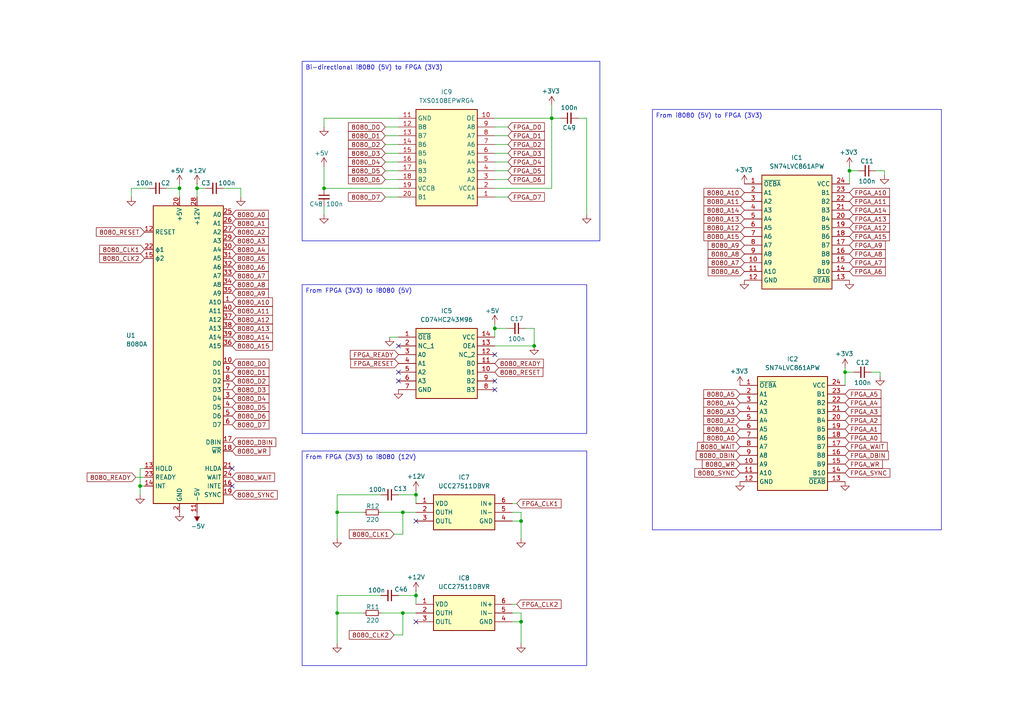
<source format=kicad_sch>
(kicad_sch (version 20250114) (generator "eeschema") (generator_version "9.0")
  (paper "A4")
  (lib_symbols
    (symbol "CD74HC243M96:CD74HC243M96"
      (property "Reference" "IC" (at 24.13 7.62 0))
      (property "Value" "CD74HC243M96" (at 24.13 5.08 0))
      (symbol "CD74HC243M96_1_1"
        (rectangle (start 5.08 2.54) (end 22.86 -17.78) (stroke (width 0.254)) (fill (type background)))
        (pin passive line (at 0 0 0) (length 5.08) (name "~{OEB}") (number "1"))
        (pin passive line (at 0 -2.54 0) (length 5.08) (name "NC_1") (number "2"))
        (pin passive line (at 0 -5.08 0) (length 5.08) (name "A0") (number "3"))
        (pin passive line (at 0 -7.62 0) (length 5.08) (name "A1") (number "4"))
        (pin passive line (at 0 -10.16 0) (length 5.08) (name "A2") (number "5"))
        (pin passive line (at 0 -12.7 0) (length 5.08) (name "A3") (number "6"))
        (pin passive line (at 0 -15.24 0) (length 5.08) (name "GND") (number "7"))
        (pin passive line (at 27.94 0 180) (length 5.08) (name "VCC") (number "14"))
        (pin passive line (at 27.94 -2.54 180) (length 5.08) (name "OEA") (number "13"))
        (pin passive line (at 27.94 -5.08 180) (length 5.08) (name "NC_2") (number "12"))
        (pin passive line (at 27.94 -7.62 180) (length 5.08) (name "B0") (number "11"))
        (pin passive line (at 27.94 -10.16 180) (length 5.08) (name "B1") (number "10"))
        (pin passive line (at 27.94 -12.7 180) (length 5.08) (name "B2") (number "9"))
        (pin passive line (at 27.94 -15.24 180) (length 5.08) (name "B3") (number "8"))
      )
    )
    (symbol "Device:C_Small" (pin_numbers (hide yes)) (pin_names (offset 0.254) (hide yes))
      (property "Reference" "C" (at 0.254 1.778 0))
      (property "Value" "C_Small" (at 0.254 -2.032 0))
      (symbol "C_Small_0_1"
        (polyline (pts (xy -1.524 0.508) (xy 1.524 0.508)) (stroke (width 0.3048)))
        (polyline (pts (xy -1.524 -0.508) (xy 1.524 -0.508)) (stroke (width 0.3302)))
      )
      (symbol "C_Small_1_1"
        (pin passive line (at 0 2.54 270) (length 2.032) (name "~") (number "1"))
        (pin passive line (at 0 -2.54 90) (length 2.032) (name "~") (number "2"))
      )
    )
    (symbol "Device:R_Small" (pin_numbers (hide yes)) (pin_names (offset 0.254) (hide yes))
      (property "Reference" "R" (at 0.762 0.508 0))
      (property "Value" "R_Small" (at 0.762 -1.016 0))
      (symbol "R_Small_0_1"
        (rectangle (start -0.762 1.778) (end 0.762 -1.778) (stroke (width 0.2032)))
      )
      (symbol "R_Small_1_1"
        (pin passive line (at 0 2.54 270) (length 0.762) (name "~") (number "1"))
        (pin passive line (at 0 -2.54 90) (length 0.762) (name "~") (number "2"))
      )
    )
    (symbol "MCU_Intel:8080A"
      (property "Reference" "U" (at -7.62 44.45 0))
      (property "Value" "8080A" (at 7.62 44.45 0))
      (symbol "8080A_0_1"
        (rectangle (start -10.16 43.18) (end 10.16 -43.18) (stroke (width 0.254)) (fill (type background)))
      )
      (symbol "8080A_1_1"
        (pin input line (at -12.7 35.56 0) (length 2.54) (name "RESET") (number "12"))
        (pin input line (at -12.7 30.48 0) (length 2.54) (name "ϕ1") (number "22"))
        (pin input line (at -12.7 27.94 0) (length 2.54) (name "ϕ2") (number "15"))
        (pin input line (at -12.7 -33.02 0) (length 2.54) (name "HOLD") (number "13"))
        (pin input line (at -12.7 -35.56 0) (length 2.54) (name "READY") (number "23"))
        (pin input line (at -12.7 -38.1 0) (length 2.54) (name "INT") (number "14"))
        (pin power_in line (at -2.54 45.72 270) (length 2.54) (name "+5V") (number "20"))
        (pin power_in line (at -2.54 -45.72 90) (length 2.54) (name "GND") (number "2"))
        (pin power_in line (at 2.54 45.72 270) (length 2.54) (name "+12V") (number "28"))
        (pin power_in line (at 2.54 -45.72 90) (length 2.54) (name "-5V") (number "11"))
        (pin output line (at 12.7 40.64 180) (length 2.54) (name "A0") (number "25"))
        (pin output line (at 12.7 38.1 180) (length 2.54) (name "A1") (number "26"))
        (pin output line (at 12.7 35.56 180) (length 2.54) (name "A2") (number "27"))
        (pin output line (at 12.7 33.02 180) (length 2.54) (name "A3") (number "29"))
        (pin output line (at 12.7 30.48 180) (length 2.54) (name "A4") (number "30"))
        (pin output line (at 12.7 27.94 180) (length 2.54) (name "A5") (number "31"))
        (pin output line (at 12.7 25.4 180) (length 2.54) (name "A6") (number "32"))
        (pin output line (at 12.7 22.86 180) (length 2.54) (name "A7") (number "33"))
        (pin output line (at 12.7 20.32 180) (length 2.54) (name "A8") (number "34"))
        (pin output line (at 12.7 17.78 180) (length 2.54) (name "A9") (number "35"))
        (pin output line (at 12.7 15.24 180) (length 2.54) (name "A10") (number "1"))
        (pin output line (at 12.7 12.7 180) (length 2.54) (name "A11") (number "40"))
        (pin output line (at 12.7 10.16 180) (length 2.54) (name "A12") (number "37"))
        (pin output line (at 12.7 7.62 180) (length 2.54) (name "A13") (number "38"))
        (pin output line (at 12.7 5.08 180) (length 2.54) (name "A14") (number "39"))
        (pin output line (at 12.7 2.54 180) (length 2.54) (name "A15") (number "36"))
        (pin bidirectional line (at 12.7 -2.54 180) (length 2.54) (name "D0") (number "10"))
        (pin bidirectional line (at 12.7 -5.08 180) (length 2.54) (name "D1") (number "9"))
        (pin bidirectional line (at 12.7 -7.62 180) (length 2.54) (name "D2") (number "8"))
        (pin bidirectional line (at 12.7 -10.16 180) (length 2.54) (name "D3") (number "7"))
        (pin bidirectional line (at 12.7 -12.7 180) (length 2.54) (name "D4") (number "3"))
        (pin bidirectional line (at 12.7 -15.24 180) (length 2.54) (name "D5") (number "4"))
        (pin bidirectional line (at 12.7 -17.78 180) (length 2.54) (name "D6") (number "5"))
        (pin bidirectional line (at 12.7 -20.32 180) (length 2.54) (name "D7") (number "6"))
        (pin output line (at 12.7 -25.4 180) (length 2.54) (name "DBIN") (number "17"))
        (pin output line (at 12.7 -27.94 180) (length 2.54) (name "~{WR}") (number "18"))
        (pin output line (at 12.7 -33.02 180) (length 2.54) (name "HLDA") (number "21"))
        (pin output line (at 12.7 -35.56 180) (length 2.54) (name "WAIT") (number "24"))
        (pin output line (at 12.7 -38.1 180) (length 2.54) (name "INTE") (number "16"))
        (pin output line (at 12.7 -40.64 180) (length 2.54) (name "SYNC") (number "19"))
      )
    )
    (symbol "SN74LVC861APW:SN74LVC861APW"
      (property "Reference" "IC" (at 26.67 7.62 0))
      (property "Value" "SN74LVC861APW" (at 26.67 5.08 0))
      (symbol "SN74LVC861APW_1_1"
        (rectangle (start 5.08 2.54) (end 25.4 -30.48) (stroke (width 0.254)) (fill (type background)))
        (pin passive line (at 0 0 0) (length 5.08) (name "~{OEBA}") (number "1"))
        (pin passive line (at 0 -2.54 0) (length 5.08) (name "A1") (number "2"))
        (pin passive line (at 0 -5.08 0) (length 5.08) (name "A2") (number "3"))
        (pin passive line (at 0 -7.62 0) (length 5.08) (name "A3") (number "4"))
        (pin passive line (at 0 -10.16 0) (length 5.08) (name "A4") (number "5"))
        (pin passive line (at 0 -12.7 0) (length 5.08) (name "A5") (number "6"))
        (pin passive line (at 0 -15.24 0) (length 5.08) (name "A6") (number "7"))
        (pin passive line (at 0 -17.78 0) (length 5.08) (name "A7") (number "8"))
        (pin passive line (at 0 -20.32 0) (length 5.08) (name "A8") (number "9"))
        (pin passive line (at 0 -22.86 0) (length 5.08) (name "A9") (number "10"))
        (pin passive line (at 0 -25.4 0) (length 5.08) (name "A10") (number "11"))
        (pin passive line (at 0 -27.94 0) (length 5.08) (name "GND") (number "12"))
        (pin passive line (at 30.48 0 180) (length 5.08) (name "VCC") (number "24"))
        (pin passive line (at 30.48 -2.54 180) (length 5.08) (name "B1") (number "23"))
        (pin passive line (at 30.48 -5.08 180) (length 5.08) (name "B2") (number "22"))
        (pin passive line (at 30.48 -7.62 180) (length 5.08) (name "B3") (number "21"))
        (pin passive line (at 30.48 -10.16 180) (length 5.08) (name "B4") (number "20"))
        (pin passive line (at 30.48 -12.7 180) (length 5.08) (name "B5") (number "19"))
        (pin passive line (at 30.48 -15.24 180) (length 5.08) (name "B6") (number "18"))
        (pin passive line (at 30.48 -17.78 180) (length 5.08) (name "B7") (number "17"))
        (pin passive line (at 30.48 -20.32 180) (length 5.08) (name "B8") (number "16"))
        (pin passive line (at 30.48 -22.86 180) (length 5.08) (name "B9") (number "15"))
        (pin passive line (at 30.48 -25.4 180) (length 5.08) (name "B10") (number "14"))
        (pin passive line (at 30.48 -27.94 180) (length 5.08) (name "~{OEAB}") (number "13"))
      )
    )
    (symbol "TXS0108EPWRG4:TXS0108EPWRG4"
      (property "Reference" "IC" (at 24.13 7.62 0))
      (property "Value" "TXS0108EPWRG4" (at 24.13 5.08 0))
      (symbol "TXS0108EPWRG4_1_1"
        (rectangle (start 5.08 2.54) (end 22.86 -25.4) (stroke (width 0.254)) (fill (type background)))
        (pin passive line (at 0 0 0) (length 5.08) (name "A1") (number "1"))
        (pin passive line (at 0 -2.54 0) (length 5.08) (name "VCCA") (number "2"))
        (pin passive line (at 0 -5.08 0) (length 5.08) (name "A2") (number "3"))
        (pin passive line (at 0 -7.62 0) (length 5.08) (name "A3") (number "4"))
        (pin passive line (at 0 -10.16 0) (length 5.08) (name "A4") (number "5"))
        (pin passive line (at 0 -12.7 0) (length 5.08) (name "A5") (number "6"))
        (pin passive line (at 0 -15.24 0) (length 5.08) (name "A6") (number "7"))
        (pin passive line (at 0 -17.78 0) (length 5.08) (name "A7") (number "8"))
        (pin passive line (at 0 -20.32 0) (length 5.08) (name "A8") (number "9"))
        (pin passive line (at 0 -22.86 0) (length 5.08) (name "OE") (number "10"))
        (pin passive line (at 27.94 0 180) (length 5.08) (name "B1") (number "20"))
        (pin passive line (at 27.94 -2.54 180) (length 5.08) (name "VCCB") (number "19"))
        (pin passive line (at 27.94 -5.08 180) (length 5.08) (name "B2") (number "18"))
        (pin passive line (at 27.94 -7.62 180) (length 5.08) (name "B3") (number "17"))
        (pin passive line (at 27.94 -10.16 180) (length 5.08) (name "B4") (number "16"))
        (pin passive line (at 27.94 -12.7 180) (length 5.08) (name "B5") (number "15"))
        (pin passive line (at 27.94 -15.24 180) (length 5.08) (name "B6") (number "14"))
        (pin passive line (at 27.94 -17.78 180) (length 5.08) (name "B7") (number "13"))
        (pin passive line (at 27.94 -20.32 180) (length 5.08) (name "B8") (number "12"))
        (pin passive line (at 27.94 -22.86 180) (length 5.08) (name "GND") (number "11"))
      )
    )
    (symbol "power:+12V" (power) (pin_numbers (hide yes)) (pin_names (offset 0) (hide yes))
      (property "Value" "+12V" (at 0 3.556 0))
      (symbol "+12V_0_1"
        (polyline (pts (xy -0.762 1.27) (xy 0 2.54)))
        (polyline (pts (xy 0 2.54) (xy 0.762 1.27)))
        (polyline (pts (xy 0 0) (xy 0 2.54)))
      )
      (symbol "+12V_1_1"
        (pin power_in line (at 0 0 90) (length 0) (name "~") (number "1"))
      )
    )
    (symbol "power:+5V" (power) (pin_names (offset 0))
      (property "Value" "+5V" (at 0 3.556 0))
      (symbol "+5V_0_1"
        (polyline (pts (xy -0.762 1.27) (xy 0 2.54)))
        (polyline (pts (xy 0 2.54) (xy 0.762 1.27)))
        (polyline (pts (xy 0 0) (xy 0 2.54)))
      )
      (symbol "+5V_1_1"
        (pin power_in line (at 0 0 90) (length 0) (hide yes) (name "+5V") (number "1"))
      )
    )
    (symbol "power:-5V" (power) (pin_numbers (hide yes)) (pin_names (offset 0) (hide yes))
      (property "Value" "-5V" (at 0 3.556 0))
      (symbol "-5V_0_0"
        (pin power_in line (at 0 0 90) (length 0) (name "~") (number "1"))
      )
      (symbol "-5V_0_1"
        (polyline (pts (xy 0 0) (xy 0 1.27) (xy 0.762 1.27) (xy 0 2.54) (xy -0.762 1.27) (xy 0 1.27)) (fill (type outline)))
      )
    )
    (symbol "power:GND" (power) (pin_names (offset 0))
      (property "Value" "GND" (at 0 -3.81 0))
      (symbol "GND_0_1"
        (polyline (pts (xy 0 0) (xy 0 -1.27) (xy 1.27 -1.27) (xy 0 -2.54) (xy -1.27 -1.27) (xy 0 -1.27)))
      )
      (symbol "GND_1_1"
        (pin power_in line (at 0 0 270) (length 0) (hide yes) (name "GND") (number "1"))
      )
    )
    (symbol "stm32-mcs4-memory-emulator-v2-rescue:+3.3V-power" (power) (pin_names (offset 0))
      (property "Value" "+3.3V-power" (at 0 3.556 0))
      (symbol "+3.3V-power_0_1"
        (polyline (pts (xy -0.762 1.27) (xy 0 2.54)))
        (polyline (pts (xy 0 2.54) (xy 0.762 1.27)))
        (polyline (pts (xy 0 0) (xy 0 2.54)))
      )
      (symbol "+3.3V-power_1_1"
        (pin power_in line (at 0 0 90) (length 0) (hide yes) (name "+3V3") (number "1"))
      )
    )
    (symbol "symbols:UCC27511DBVR"
      (property "Reference" "IC" (at 24.13 7.62 0))
      (property "Value" "UCC27511DBVR" (at 24.13 5.08 0))
      (symbol "UCC27511DBVR_1_1"
        (rectangle (start 5.08 2.54) (end 22.86 -7.62) (stroke (width 0.254)) (fill (type background)))
        (pin passive line (at 0 0 0) (length 5.08) (name "VDD") (number "1"))
        (pin passive line (at 0 -2.54 0) (length 5.08) (name "OUTH") (number "2"))
        (pin passive line (at 0 -5.08 0) (length 5.08) (name "OUTL") (number "3"))
        (pin passive line (at 27.94 0 180) (length 5.08) (name "IN+") (number "6"))
        (pin passive line (at 27.94 -2.54 180) (length 5.08) (name "IN-") (number "5"))
        (pin passive line (at 27.94 -5.08 180) (length 5.08) (name "GND") (number "4"))
      )
    )
  )
  (text_box "From FPGA (3V3) to i8080 (12V)" (at 87.63 130.81 0) (size 82.55 62.23) (margins 0.9525 0.9525 0.9525 0.9525) (effects (font (size 1.27 1.27)) (justify left top)))
  (text_box "From i8080 (5V) to FPGA (3V3)" (at 189.23 31.75 0) (size 83.82 121.92) (margins 0.9525 0.9525 0.9525 0.9525) (effects (font (size 1.27 1.27)) (justify left top)))
  (text_box "Bi-directional i8080 (5V) to FPGA (3V3)" (at 87.63 17.78 0) (size 86.36 52.07) (margins 0.9525 0.9525 0.9525 0.9525) (effects (font (size 1.27 1.27)) (justify left top)))
  (text_box "From FPGA (3V3) to i8080 (5V)" (at 87.63 82.55 0) (size 82.55 43.18) (margins 0.9525 0.9525 0.9525 0.9525) (effects (font (size 1.27 1.27)) (justify left top)))
  (junction (at 52.07 54.61))
  (junction (at 151.13 151.13))
  (junction (at 120.65 172.72))
  (junction (at 97.79 177.8))
  (junction (at 151.13 180.34))
  (junction (at 40.64 140.97))
  (junction (at 120.65 143.51))
  (junction (at 93.98 54.61))
  (junction (at 154.94 100.33))
  (junction (at 116.84 148.59))
  (junction (at 97.79 148.59))
  (junction (at 245.11 107.95))
  (junction (at 246.38 49.53))
  (junction (at 57.15 54.61))
  (junction (at 116.84 177.8))
  (junction (at 143.51 95.25))
  (junction (at 160.02 34.29))
  (no_connect (at 115.57 110.49))
  (no_connect (at 143.51 102.87))
  (no_connect (at 120.65 180.34))
  (no_connect (at 120.65 151.13))
  (no_connect (at 67.31 140.97))
  (no_connect (at 67.31 135.89))
  (no_connect (at 143.51 110.49))
  (no_connect (at 115.57 100.33))
  (no_connect (at 143.51 113.03))
  (no_connect (at 115.57 107.95))
  (wire (pts (xy 114.3 154.94) (xy 116.84 154.94)))
  (wire (pts (xy 115.57 143.51) (xy 120.65 143.51)))
  (wire (pts (xy 152.4 95.25) (xy 154.94 95.25)))
  (wire (pts (xy 116.84 177.8) (xy 120.65 177.8)))
  (wire (pts (xy 69.85 54.61) (xy 69.85 57.15)))
  (wire (pts (xy 110.49 177.8) (xy 116.84 177.8)))
  (wire (pts (xy 48.26 54.61) (xy 52.07 54.61)))
  (wire (pts (xy 256.54 49.53) (xy 256.54 50.8)))
  (wire (pts (xy 111.76 57.15) (xy 115.57 57.15)))
  (wire (pts (xy 170.18 34.29) (xy 170.18 62.23)))
  (wire (pts (xy 40.64 140.97) (xy 41.91 140.97)))
  (wire (pts (xy 160.02 34.29) (xy 160.02 54.61)))
  (wire (pts (xy 40.64 135.89) (xy 40.64 140.97)))
  (wire (pts (xy 64.77 54.61) (xy 69.85 54.61)))
  (wire (pts (xy 167.64 34.29) (xy 170.18 34.29)))
  (wire (pts (xy 41.91 135.89) (xy 40.64 135.89)))
  (wire (pts (xy 246.38 49.53) (xy 246.38 53.34)))
  (wire (pts (xy 93.98 54.61) (xy 93.98 48.26)))
  (wire (pts (xy 143.51 52.07) (xy 147.32 52.07)))
  (wire (pts (xy 57.15 53.34) (xy 57.15 54.61)))
  (wire (pts (xy 120.65 143.51) (xy 120.65 142.24)))
  (wire (pts (xy 111.76 49.53) (xy 115.57 49.53)))
  (wire (pts (xy 111.76 36.83) (xy 115.57 36.83)))
  (wire (pts (xy 93.98 59.69) (xy 93.98 62.23)))
  (wire (pts (xy 143.51 39.37) (xy 147.32 39.37)))
  (wire (pts (xy 151.13 148.59) (xy 151.13 151.13)))
  (wire (pts (xy 151.13 186.69) (xy 151.13 180.34)))
  (wire (pts (xy 114.3 184.15) (xy 116.84 184.15)))
  (wire (pts (xy 110.49 148.59) (xy 116.84 148.59)))
  (wire (pts (xy 38.1 54.61) (xy 43.18 54.61)))
  (wire (pts (xy 93.98 34.29) (xy 115.57 34.29)))
  (wire (pts (xy 111.76 44.45) (xy 115.57 44.45)))
  (wire (pts (xy 111.76 52.07) (xy 115.57 52.07)))
  (wire (pts (xy 116.84 184.15) (xy 116.84 177.8)))
  (wire (pts (xy 148.59 177.8) (xy 151.13 177.8)))
  (wire (pts (xy 39.37 138.43) (xy 41.91 138.43)))
  (wire (pts (xy 52.07 53.34) (xy 52.07 54.61)))
  (wire (pts (xy 143.51 34.29) (xy 160.02 34.29)))
  (wire (pts (xy 97.79 148.59) (xy 105.41 148.59)))
  (wire (pts (xy 116.84 148.59) (xy 120.65 148.59)))
  (wire (pts (xy 143.51 100.33) (xy 154.94 100.33)))
  (wire (pts (xy 40.64 143.51) (xy 40.64 140.97)))
  (wire (pts (xy 154.94 95.25) (xy 154.94 100.33)))
  (wire (pts (xy 97.79 156.21) (xy 97.79 148.59)))
  (wire (pts (xy 162.56 34.29) (xy 160.02 34.29)))
  (wire (pts (xy 97.79 186.69) (xy 97.79 177.8)))
  (wire (pts (xy 143.51 49.53) (xy 147.32 49.53)))
  (wire (pts (xy 97.79 148.59) (xy 97.79 143.51)))
  (wire (pts (xy 113.03 97.79) (xy 115.57 97.79)))
  (wire (pts (xy 151.13 177.8) (xy 151.13 180.34)))
  (wire (pts (xy 97.79 177.8) (xy 97.79 172.72)))
  (wire (pts (xy 149.86 175.26) (xy 148.59 175.26)))
  (wire (pts (xy 148.59 180.34) (xy 151.13 180.34)))
  (wire (pts (xy 143.51 36.83) (xy 147.32 36.83)))
  (wire (pts (xy 93.98 34.29) (xy 93.98 36.83)))
  (wire (pts (xy 245.11 106.68) (xy 245.11 107.95)))
  (wire (pts (xy 38.1 57.15) (xy 38.1 54.61)))
  (wire (pts (xy 148.59 151.13) (xy 151.13 151.13)))
  (wire (pts (xy 116.84 154.94) (xy 116.84 148.59)))
  (wire (pts (xy 120.65 143.51) (xy 120.65 146.05)))
  (wire (pts (xy 52.07 54.61) (xy 52.07 57.15)))
  (wire (pts (xy 115.57 172.72) (xy 120.65 172.72)))
  (wire (pts (xy 151.13 151.13) (xy 151.13 156.21)))
  (wire (pts (xy 255.27 107.95) (xy 252.73 107.95)))
  (wire (pts (xy 143.51 46.99) (xy 147.32 46.99)))
  (wire (pts (xy 93.98 54.61) (xy 115.57 54.61)))
  (wire (pts (xy 255.27 109.22) (xy 255.27 107.95)))
  (wire (pts (xy 246.38 49.53) (xy 248.92 49.53)))
  (wire (pts (xy 120.65 171.45) (xy 120.65 172.72)))
  (wire (pts (xy 247.65 107.95) (xy 245.11 107.95)))
  (wire (pts (xy 245.11 107.95) (xy 245.11 111.76)))
  (wire (pts (xy 160.02 30.48) (xy 160.02 34.29)))
  (wire (pts (xy 97.79 172.72) (xy 110.49 172.72)))
  (wire (pts (xy 246.38 48.26) (xy 246.38 49.53)))
  (wire (pts (xy 148.59 148.59) (xy 151.13 148.59)))
  (wire (pts (xy 57.15 54.61) (xy 59.69 54.61)))
  (wire (pts (xy 143.51 57.15) (xy 147.32 57.15)))
  (wire (pts (xy 143.51 95.25) (xy 147.32 95.25)))
  (wire (pts (xy 57.15 57.15) (xy 57.15 54.61)))
  (wire (pts (xy 143.51 95.25) (xy 143.51 97.79)))
  (wire (pts (xy 149.86 146.05) (xy 148.59 146.05)))
  (wire (pts (xy 97.79 177.8) (xy 105.41 177.8)))
  (wire (pts (xy 111.76 39.37) (xy 115.57 39.37)))
  (wire (pts (xy 143.51 41.91) (xy 147.32 41.91)))
  (wire (pts (xy 111.76 41.91) (xy 115.57 41.91)))
  (wire (pts (xy 143.51 93.98) (xy 143.51 95.25)))
  (wire (pts (xy 254 49.53) (xy 256.54 49.53)))
  (wire (pts (xy 97.79 143.51) (xy 110.49 143.51)))
  (wire (pts (xy 143.51 44.45) (xy 147.32 44.45)))
  (wire (pts (xy 120.65 172.72) (xy 120.65 175.26)))
  (wire (pts (xy 111.76 46.99) (xy 115.57 46.99)))
  (wire (pts (xy 143.51 54.61) (xy 160.02 54.61)))
  (global_label "FPGA_A0" (shape input) (at 245.11 127 0) (property "Intersheetrefs" "${INTERSHEET_REFS}" (effects (hide yes))))
  (global_label "8080_D1" (shape input) (at 67.31 107.95 0) (property "Intersheetrefs" "${INTERSHEET_REFS}" (effects (hide yes))))
  (global_label "8080_A1" (shape input) (at 214.63 124.46 180) (property "Intersheetrefs" "${INTERSHEET_REFS}" (effects (hide yes))))
  (global_label "FPGA_A8" (shape input) (at 246.38 73.66 0) (property "Intersheetrefs" "${INTERSHEET_REFS}" (effects (hide yes))))
  (global_label "FPGA_D7" (shape input) (at 147.32 57.15 0) (property "Intersheetrefs" "${INTERSHEET_REFS}" (effects (hide yes))))
  (global_label "8080_D0" (shape input) (at 111.76 36.83 180) (property "Intersheetrefs" "${INTERSHEET_REFS}" (effects (hide yes))))
  (global_label "8080_A0" (shape input) (at 214.63 127 180) (property "Intersheetrefs" "${INTERSHEET_REFS}" (effects (hide yes))))
  (global_label "FPGA_A14" (shape input) (at 246.38 60.96 0) (property "Intersheetrefs" "${INTERSHEET_REFS}" (effects (hide yes))))
  (global_label "FPGA_A7" (shape input) (at 246.38 76.2 0) (property "Intersheetrefs" "${INTERSHEET_REFS}" (effects (hide yes))))
  (global_label "8080_A13" (shape input) (at 67.31 95.25 0) (property "Intersheetrefs" "${INTERSHEET_REFS}" (effects (hide yes))))
  (global_label "8080_A8" (shape input) (at 215.9 73.66 180) (property "Intersheetrefs" "${INTERSHEET_REFS}" (effects (hide yes))))
  (global_label "8080_CLK1" (shape input) (at 114.3 154.94 180) (property "Intersheetrefs" "${INTERSHEET_REFS}" (effects (hide yes))))
  (global_label "FPGA_READY" (shape input) (at 115.57 102.87 180) (property "Intersheetrefs" "${INTERSHEET_REFS}" (effects (hide yes))))
  (global_label "8080_A0" (shape input) (at 67.31 62.23 0) (property "Intersheetrefs" "${INTERSHEET_REFS}" (effects (hide yes))))
  (global_label "8080_D3" (shape input) (at 111.76 44.45 180) (property "Intersheetrefs" "${INTERSHEET_REFS}" (effects (hide yes))))
  (global_label "FPGA_D3" (shape input) (at 147.32 44.45 0) (property "Intersheetrefs" "${INTERSHEET_REFS}" (effects (hide yes))))
  (global_label "FPGA_A12" (shape input) (at 246.38 66.04 0) (property "Intersheetrefs" "${INTERSHEET_REFS}" (effects (hide yes))))
  (global_label "8080_D7" (shape input) (at 111.76 57.15 180) (property "Intersheetrefs" "${INTERSHEET_REFS}" (effects (hide yes))))
  (global_label "8080_READY" (shape input) (at 143.51 105.41 0) (property "Intersheetrefs" "${INTERSHEET_REFS}" (effects (hide yes))))
  (global_label "FPGA_A13" (shape input) (at 246.38 63.5 0) (property "Intersheetrefs" "${INTERSHEET_REFS}" (effects (hide yes))))
  (global_label "8080_READY" (shape input) (at 39.37 138.43 180) (property "Intersheetrefs" "${INTERSHEET_REFS}" (effects (hide yes))))
  (global_label "FPGA_A11" (shape input) (at 246.38 58.42 0) (property "Intersheetrefs" "${INTERSHEET_REFS}" (effects (hide yes))))
  (global_label "FPGA_WR" (shape input) (at 245.11 134.62 0) (property "Intersheetrefs" "${INTERSHEET_REFS}" (effects (hide yes))))
  (global_label "FPGA_CLK2" (shape input) (at 149.86 175.26 0) (property "Intersheetrefs" "${INTERSHEET_REFS}" (effects (hide yes))))
  (global_label "8080_D2" (shape input) (at 67.31 110.49 0) (property "Intersheetrefs" "${INTERSHEET_REFS}" (effects (hide yes))))
  (global_label "8080_WR" (shape input) (at 214.63 134.62 180) (property "Intersheetrefs" "${INTERSHEET_REFS}" (effects (hide yes))))
  (global_label "8080_D4" (shape input) (at 67.31 115.57 0) (property "Intersheetrefs" "${INTERSHEET_REFS}" (effects (hide yes))))
  (global_label "8080_A12" (shape input) (at 215.9 66.04 180) (property "Intersheetrefs" "${INTERSHEET_REFS}" (effects (hide yes))))
  (global_label "8080_D0" (shape input) (at 67.31 105.41 0) (property "Intersheetrefs" "${INTERSHEET_REFS}" (effects (hide yes))))
  (global_label "FPGA_A6" (shape input) (at 246.38 78.74 0) (property "Intersheetrefs" "${INTERSHEET_REFS}" (effects (hide yes))))
  (global_label "8080_CLK2" (shape input) (at 114.3 184.15 180) (property "Intersheetrefs" "${INTERSHEET_REFS}" (effects (hide yes))))
  (global_label "8080_D3" (shape input) (at 67.31 113.03 0) (property "Intersheetrefs" "${INTERSHEET_REFS}" (effects (hide yes))))
  (global_label "FPGA_CLK1" (shape input) (at 149.86 146.05 0) (property "Intersheetrefs" "${INTERSHEET_REFS}" (effects (hide yes))))
  (global_label "8080_SYNC" (shape input) (at 67.31 143.51 0) (property "Intersheetrefs" "${INTERSHEET_REFS}" (effects (hide yes))))
  (global_label "8080_A6" (shape input) (at 215.9 78.74 180) (property "Intersheetrefs" "${INTERSHEET_REFS}" (effects (hide yes))))
  (global_label "8080_WR" (shape input) (at 67.31 130.81 0) (property "Intersheetrefs" "${INTERSHEET_REFS}" (effects (hide yes))))
  (global_label "FPGA_D5" (shape input) (at 147.32 49.53 0) (property "Intersheetrefs" "${INTERSHEET_REFS}" (effects (hide yes))))
  (global_label "8080_A6" (shape input) (at 67.31 77.47 0) (property "Intersheetrefs" "${INTERSHEET_REFS}" (effects (hide yes))))
  (global_label "8080_A10" (shape input) (at 67.31 87.63 0) (property "Intersheetrefs" "${INTERSHEET_REFS}" (effects (hide yes))))
  (global_label "8080_D1" (shape input) (at 111.76 39.37 180) (property "Intersheetrefs" "${INTERSHEET_REFS}" (effects (hide yes))))
  (global_label "8080_A2" (shape input) (at 67.31 67.31 0) (property "Intersheetrefs" "${INTERSHEET_REFS}" (effects (hide yes))))
  (global_label "8080_A11" (shape input) (at 67.31 90.17 0) (property "Intersheetrefs" "${INTERSHEET_REFS}" (effects (hide yes))))
  (global_label "8080_A4" (shape input) (at 214.63 116.84 180) (property "Intersheetrefs" "${INTERSHEET_REFS}" (effects (hide yes))))
  (global_label "FPGA_WAIT" (shape input) (at 245.11 129.54 0) (property "Intersheetrefs" "${INTERSHEET_REFS}" (effects (hide yes))))
  (global_label "FPGA_A9" (shape input) (at 246.38 71.12 0) (property "Intersheetrefs" "${INTERSHEET_REFS}" (effects (hide yes))))
  (global_label "8080_A8" (shape input) (at 67.31 82.55 0) (property "Intersheetrefs" "${INTERSHEET_REFS}" (effects (hide yes))))
  (global_label "8080_A14" (shape input) (at 67.31 97.79 0) (property "Intersheetrefs" "${INTERSHEET_REFS}" (effects (hide yes))))
  (global_label "8080_D5" (shape input) (at 67.31 118.11 0) (property "Intersheetrefs" "${INTERSHEET_REFS}" (effects (hide yes))))
  (global_label "FPGA_RESET" (shape input) (at 115.57 105.41 180) (property "Intersheetrefs" "${INTERSHEET_REFS}" (effects (hide yes))))
  (global_label "8080_A5" (shape input) (at 214.63 114.3 180) (property "Intersheetrefs" "${INTERSHEET_REFS}" (effects (hide yes))))
  (global_label "FPGA_A4" (shape input) (at 245.11 116.84 0) (property "Intersheetrefs" "${INTERSHEET_REFS}" (effects (hide yes))))
  (global_label "8080_A9" (shape input) (at 67.31 85.09 0) (property "Intersheetrefs" "${INTERSHEET_REFS}" (effects (hide yes))))
  (global_label "8080_A7" (shape input) (at 215.9 76.2 180) (property "Intersheetrefs" "${INTERSHEET_REFS}" (effects (hide yes))))
  (global_label "8080_A2" (shape input) (at 214.63 121.92 180) (property "Intersheetrefs" "${INTERSHEET_REFS}" (effects (hide yes))))
  (global_label "8080_D2" (shape input) (at 111.76 41.91 180) (property "Intersheetrefs" "${INTERSHEET_REFS}" (effects (hide yes))))
  (global_label "8080_SYNC" (shape input) (at 214.63 137.16 180) (property "Intersheetrefs" "${INTERSHEET_REFS}" (effects (hide yes))))
  (global_label "8080_A14" (shape input) (at 215.9 60.96 180) (property "Intersheetrefs" "${INTERSHEET_REFS}" (effects (hide yes))))
  (global_label "8080_A10" (shape input) (at 215.9 55.88 180) (property "Intersheetrefs" "${INTERSHEET_REFS}" (effects (hide yes))))
  (global_label "FPGA_A15" (shape input) (at 246.38 68.58 0) (property "Intersheetrefs" "${INTERSHEET_REFS}" (effects (hide yes))))
  (global_label "8080_RESET" (shape input) (at 41.91 67.31 180) (property "Intersheetrefs" "${INTERSHEET_REFS}" (effects (hide yes))))
  (global_label "8080_A12" (shape input) (at 67.31 92.71 0) (property "Intersheetrefs" "${INTERSHEET_REFS}" (effects (hide yes))))
  (global_label "FPGA_A1" (shape input) (at 245.11 124.46 0) (property "Intersheetrefs" "${INTERSHEET_REFS}" (effects (hide yes))))
  (global_label "FPGA_A2" (shape input) (at 245.11 121.92 0) (property "Intersheetrefs" "${INTERSHEET_REFS}" (effects (hide yes))))
  (global_label "FPGA_D0" (shape input) (at 147.32 36.83 0) (property "Intersheetrefs" "${INTERSHEET_REFS}" (effects (hide yes))))
  (global_label "FPGA_D2" (shape input) (at 147.32 41.91 0) (property "Intersheetrefs" "${INTERSHEET_REFS}" (effects (hide yes))))
  (global_label "8080_D7" (shape input) (at 67.31 123.19 0) (property "Intersheetrefs" "${INTERSHEET_REFS}" (effects (hide yes))))
  (global_label "FPGA_D4" (shape input) (at 147.32 46.99 0) (property "Intersheetrefs" "${INTERSHEET_REFS}" (effects (hide yes))))
  (global_label "8080_A15" (shape input) (at 67.31 100.33 0) (property "Intersheetrefs" "${INTERSHEET_REFS}" (effects (hide yes))))
  (global_label "8080_D6" (shape input) (at 67.31 120.65 0) (property "Intersheetrefs" "${INTERSHEET_REFS}" (effects (hide yes))))
  (global_label "FPGA_D6" (shape input) (at 147.32 52.07 0) (property "Intersheetrefs" "${INTERSHEET_REFS}" (effects (hide yes))))
  (global_label "FPGA_A10" (shape input) (at 246.38 55.88 0) (property "Intersheetrefs" "${INTERSHEET_REFS}" (effects (hide yes))))
  (global_label "8080_D5" (shape input) (at 111.76 49.53 180) (property "Intersheetrefs" "${INTERSHEET_REFS}" (effects (hide yes))))
  (global_label "FPGA_D1" (shape input) (at 147.32 39.37 0) (property "Intersheetrefs" "${INTERSHEET_REFS}" (effects (hide yes))))
  (global_label "8080_DBIN" (shape input) (at 214.63 132.08 180) (property "Intersheetrefs" "${INTERSHEET_REFS}" (effects (hide yes))))
  (global_label "8080_A1" (shape input) (at 67.31 64.77 0) (property "Intersheetrefs" "${INTERSHEET_REFS}" (effects (hide yes))))
  (global_label "8080_RESET" (shape input) (at 143.51 107.95 0) (property "Intersheetrefs" "${INTERSHEET_REFS}" (effects (hide yes))))
  (global_label "8080_D6" (shape input) (at 111.76 52.07 180) (property "Intersheetrefs" "${INTERSHEET_REFS}" (effects (hide yes))))
  (global_label "8080_A11" (shape input) (at 215.9 58.42 180) (property "Intersheetrefs" "${INTERSHEET_REFS}" (effects (hide yes))))
  (global_label "8080_D4" (shape input) (at 111.76 46.99 180) (property "Intersheetrefs" "${INTERSHEET_REFS}" (effects (hide yes))))
  (global_label "8080_A4" (shape input) (at 67.31 72.39 0) (property "Intersheetrefs" "${INTERSHEET_REFS}" (effects (hide yes))))
  (global_label "8080_CLK2" (shape input) (at 41.91 74.93 180) (property "Intersheetrefs" "${INTERSHEET_REFS}" (effects (hide yes))))
  (global_label "8080_DBIN" (shape input) (at 67.31 128.27 0) (property "Intersheetrefs" "${INTERSHEET_REFS}" (effects (hide yes))))
  (global_label "8080_A7" (shape input) (at 67.31 80.01 0) (property "Intersheetrefs" "${INTERSHEET_REFS}" (effects (hide yes))))
  (global_label "8080_WAIT" (shape input) (at 214.63 129.54 180) (property "Intersheetrefs" "${INTERSHEET_REFS}" (effects (hide yes))))
  (global_label "8080_A5" (shape input) (at 67.31 74.93 0) (property "Intersheetrefs" "${INTERSHEET_REFS}" (effects (hide yes))))
  (global_label "FPGA_A3" (shape input) (at 245.11 119.38 0) (property "Intersheetrefs" "${INTERSHEET_REFS}" (effects (hide yes))))
  (global_label "FPGA_A5" (shape input) (at 245.11 114.3 0) (property "Intersheetrefs" "${INTERSHEET_REFS}" (effects (hide yes))))
  (global_label "8080_WAIT" (shape input) (at 67.31 138.43 0) (property "Intersheetrefs" "${INTERSHEET_REFS}" (effects (hide yes))))
  (global_label "8080_A13" (shape input) (at 215.9 63.5 180) (property "Intersheetrefs" "${INTERSHEET_REFS}" (effects (hide yes))))
  (global_label "FPGA_SYNC" (shape input) (at 245.11 137.16 0) (property "Intersheetrefs" "${INTERSHEET_REFS}" (effects (hide yes))))
  (global_label "8080_A3" (shape input) (at 67.31 69.85 0) (property "Intersheetrefs" "${INTERSHEET_REFS}" (effects (hide yes))))
  (global_label "FPGA_DBIN" (shape input) (at 245.11 132.08 0) (property "Intersheetrefs" "${INTERSHEET_REFS}" (effects (hide yes))))
  (global_label "8080_A3" (shape input) (at 214.63 119.38 180) (property "Intersheetrefs" "${INTERSHEET_REFS}" (effects (hide yes))))
  (global_label "8080_A9" (shape input) (at 215.9 71.12 180) (property "Intersheetrefs" "${INTERSHEET_REFS}" (effects (hide yes))))
  (global_label "8080_CLK1" (shape input) (at 41.91 72.39 180) (property "Intersheetrefs" "${INTERSHEET_REFS}" (effects (hide yes))))
  (global_label "8080_A15" (shape input) (at 215.9 68.58 180) (property "Intersheetrefs" "${INTERSHEET_REFS}" (effects (hide yes))))
  (symbol (lib_id "Device:C_Small") (at 165.1 34.29 90) (unit 1)
    (property "Reference" "C49" (at 165.1 37.084 90))
    (property "Value" "100n" (at 165.1 31.242 90))
    (property "Footprint" "Capacitor_SMD:C_0805_2012Metric_Pad1.18x1.45mm_HandSolder" (effects (hide yes)))
    (property "Mouser Part Number" "187-CL21B104KBCNNND" (effects (hide yes)))
  )
  (symbol (lib_id "CD74HC243M96:CD74HC243M96") (at 115.57 97.79 0) (unit 1)
    (property "Reference" "IC5" (at 129.54 90.17 0))
    (property "Value" "CD74HC243M96" (at 129.54 92.71 0))
    (property "Footprint" "Project components:SOIC127P600X175-14N" (effects (hide yes)))
    (property "Datasheet" "http://www.ti.com/lit/gpn/cd74hc243" (effects (hide yes)))
    (property "Description" "Texas Instruments CD74HC243M96, Bus Transceiver, 4-Bit Non-Inverting CMOS, 2  6 V, 14-Pin SOIC" (effects (hide yes)))
    (property "Height" "1.75" (effects (hide yes)))
    (property "Mouser Part Number" "595-CD74HC243M96" (effects (hide yes)))
    (property "Mouser Price/Stock" "https://www.mouser.co.uk/ProductDetail/Texas-Instruments/CD74HC243M96?qs=FM6NhYOeeBXuHJP0nlxaeg%3D%3D" (effects (hide yes)))
    (property "Manufacturer_Name" "Texas Instruments" (effects (hide yes)))
    (property "Manufacturer_Part_Number" "CD74HC243M96" (effects (hide yes)))
  )
  (symbol (lib_id "power:GND") (at 97.79 186.69 0) (unit 1)
    (property "Reference" "#PWR086" (effects (hide yes)))
    (property "Value" "GND" (effects (hide yes)))
  )
  (symbol (lib_id "Device:C_Small") (at 113.03 172.72 270) (unit 1)
    (property "Reference" "C46" (at 116.332 170.942 90))
    (property "Value" "100n" (at 109.22 171.196 90))
    (property "Footprint" "Capacitor_SMD:C_0805_2012Metric_Pad1.18x1.45mm_HandSolder" (effects (hide yes)))
    (property "Mouser Part Number" "187-CL21B104KBCNNND" (effects (hide yes)))
  )
  (symbol (lib_id "Device:C_Small") (at 62.23 54.61 270) (unit 1)
    (property "Reference" "C3" (at 59.69 53.086 90))
    (property "Value" "100n" (at 65.786 53.086 90))
    (property "Footprint" "Capacitor_SMD:C_0805_2012Metric_Pad1.18x1.45mm_HandSolder" (effects (hide yes)))
    (property "Mouser Part Number" "187-CL21B104KBCNNND" (effects (hide yes)))
  )
  (symbol (lib_id "power:+5V") (at 52.07 53.34 0) (unit 1)
    (property "Reference" "#PWR09" (effects (hide yes)))
    (property "Value" "+5V" (at 49.276 49.53 0) (effects (justify left)))
  )
  (symbol (lib_id "power:GND") (at 154.94 100.33 0) (unit 1)
    (property "Reference" "#PWR052" (effects (hide yes)))
    (property "Value" "GND" (effects (hide yes)))
  )
  (symbol (lib_id "power:GND") (at 40.64 143.51 0) (unit 1)
    (property "Reference" "#PWR08" (effects (hide yes)))
    (property "Value" "GND" (effects (hide yes)))
  )
  (symbol (lib_id "power:-5V") (at 57.15 148.59 180) (unit 1)
    (property "Reference" "#PWR016" (effects (hide yes)))
    (property "Value" "-5V" (at 57.404 152.654 0))
    (property "Description" "Power symbol creates a global label with name \"-5V\"" (effects (hide yes)))
  )
  (symbol (lib_id "TXS0108EPWRG4:TXS0108EPWRG4") (at 143.51 57.15 180) (unit 1)
    (property "Reference" "IC9" (at 129.54 26.67 0))
    (property "Value" "TXS0108EPWRG4" (at 129.54 29.21 0))
    (property "Footprint" "Project components:SOP65P640X120-20N" (effects (hide yes)))
    (property "Datasheet" "https://www.ti.com/lit/ds/symlink/txs0108e.pdf?ts=1617786399489&ref_url=https%253A%252F%252Fyellow-search.com%252F" (effects (hide yes)))
    (property "Description" "Translation - Voltage Levels 8B Bidir Vltg-Level Translator" (effects (hide yes)))
    (property "Height" "1.2" (effects (hide yes)))
    (property "Mouser Part Number" "595-TXS0108EPWRG4" (effects (hide yes)))
    (property "Mouser Price/Stock" "https://www.mouser.co.uk/ProductDetail/Texas-Instruments/TXS0108EPWRG4?qs=wkx8pu8tL7LKCwSiM1j4%252Bw%3D%3D" (effects (hide yes)))
    (property "Manufacturer_Name" "Texas Instruments" (effects (hide yes)))
    (property "Manufacturer_Part_Number" "TXS0108EPWRG4" (effects (hide yes)))
  )
  (symbol (lib_id "stm32-mcs4-memory-emulator-v2-rescue:+3.3V-power") (at 160.02 30.48 0) (unit 1)
    (property "Reference" "#PWR098" (effects (hide yes)))
    (property "Value" "+3V3" (at 159.766 26.416 0))
  )
  (symbol (lib_id "Device:C_Small") (at 93.98 57.15 0) (unit 1)
    (property "Reference" "C48" (at 91.694 59.182 0))
    (property "Value" "100n" (at 97.028 59.182 0))
    (property "Footprint" "Capacitor_SMD:C_0805_2012Metric_Pad1.18x1.45mm_HandSolder" (effects (hide yes)))
    (property "Mouser Part Number" "187-CL21B104KBCNNND" (effects (hide yes)))
  )
  (symbol (lib_id "stm32-mcs4-memory-emulator-v2-rescue:+3.3V-power") (at 215.9 53.34 0) (unit 1)
    (property "Reference" "#PWR029" (effects (hide yes)))
    (property "Value" "+3V3" (at 215.646 49.276 0))
  )
  (symbol (lib_id "power:GND") (at 151.13 156.21 0) (unit 1)
    (property "Reference" "#PWR071" (effects (hide yes)))
    (property "Value" "GND" (effects (hide yes)))
  )
  (symbol (lib_id "Device:C_Small") (at 250.19 107.95 270) (unit 1)
    (property "Reference" "C12" (at 250.19 105.156 90))
    (property "Value" "100n" (at 250.19 110.998 90))
    (property "Footprint" "Capacitor_SMD:C_0805_2012Metric_Pad1.18x1.45mm_HandSolder" (effects (hide yes)))
    (property "Mouser Part Number" "187-CL21B104KBCNNND" (effects (hide yes)))
  )
  (symbol (lib_id "SN74LVC861APW:SN74LVC861APW") (at 215.9 53.34 0) (unit 1)
    (property "Reference" "IC1" (at 231.14 45.72 0))
    (property "Value" "SN74LVC861APW" (at 231.14 48.26 0))
    (property "Footprint" "Project components:SOP65P640X120-24N" (effects (hide yes)))
    (property "Datasheet" "https://www.ti.com/lit/ds/symlink/sn74lvc861a.pdf?ts=1640434776524&ref_url=https%253A%252F%252Fwww.ti.com%252Fstore%252Fti%252Fen%252Fp%252Fproduct%252F%253Fp%253DSN74LVC861APW" (effects (hide yes)))
    (property "Description" "Bus Transceivers 10-Bit Bus Trnscvr With 3-State Outputs" (effects (hide yes)))
    (property "Height" "1.2" (effects (hide yes)))
    (property "Mouser Part Number" "595-SN74LVC861APW" (effects (hide yes)))
    (property "Mouser Price/Stock" "http://www.mouser.com/Search/ProductDetail.aspx?qs=dT9u2OTAaVWrEowyiorXNw%3d%3d" (effects (hide yes)))
    (property "Manufacturer_Name" "Texas Instruments" (effects (hide yes)))
    (property "Manufacturer_Part_Number" "SN74LVC861APW" (effects (hide yes)))
  )
  (symbol (lib_id "Device:R_Small") (at 107.95 177.8 270) (unit 1)
    (property "Reference" "R11" (at 106.172 176.022 90) (effects (justify left)))
    (property "Value" "220" (at 106.172 179.9336 90) (effects (justify left)))
    (property "Footprint" "Resistor_SMD:R_0805_2012Metric_Pad1.20x1.40mm_HandSolder" (effects (hide yes)))
    (property "Mouser Part Number" "603-RT0805FRE07220RL" (effects (hide yes)))
  )
  (symbol (lib_id "power:GND") (at 214.63 139.7 0) (unit 1)
    (property "Reference" "#PWR032" (effects (hide yes)))
    (property "Value" "GND" (effects (hide yes)))
  )
  (symbol (lib_id "power:+12V") (at 57.15 53.34 0) (unit 1)
    (property "Reference" "#PWR015" (effects (hide yes)))
    (property "Value" "+12V" (at 57.15 49.53 0))
    (property "Description" "Power symbol creates a global label with name \"+12V\"" (effects (hide yes)))
  )
  (symbol (lib_id "SN74LVC861APW:SN74LVC861APW") (at 214.63 111.76 0) (unit 1)
    (property "Reference" "IC2" (at 229.87 104.14 0))
    (property "Value" "SN74LVC861APW" (at 229.87 106.68 0))
    (property "Footprint" "Project components:SOP65P640X120-24N" (effects (hide yes)))
    (property "Datasheet" "https://www.ti.com/lit/ds/symlink/sn74lvc861a.pdf?ts=1640434776524&ref_url=https%253A%252F%252Fwww.ti.com%252Fstore%252Fti%252Fen%252Fp%252Fproduct%252F%253Fp%253DSN74LVC861APW" (effects (hide yes)))
    (property "Description" "Bus Transceivers 10-Bit Bus Trnscvr With 3-State Outputs" (effects (hide yes)))
    (property "Height" "1.2" (effects (hide yes)))
    (property "Mouser Part Number" "595-SN74LVC861APW" (effects (hide yes)))
    (property "Mouser Price/Stock" "http://www.mouser.com/Search/ProductDetail.aspx?qs=dT9u2OTAaVWrEowyiorXNw%3d%3d" (effects (hide yes)))
    (property "Manufacturer_Name" "Texas Instruments" (effects (hide yes)))
    (property "Manufacturer_Part_Number" "SN74LVC861APW" (effects (hide yes)))
  )
  (symbol (lib_id "Device:C_Small") (at 251.46 49.53 270) (unit 1)
    (property "Reference" "C11" (at 251.46 46.736 90))
    (property "Value" "100n" (at 251.46 52.578 90))
    (property "Footprint" "Capacitor_SMD:C_0805_2012Metric_Pad1.18x1.45mm_HandSolder" (effects (hide yes)))
    (property "Mouser Part Number" "187-CL21B104KBCNNND" (effects (hide yes)))
  )
  (symbol (lib_id "power:+5V") (at 143.51 93.98 0) (unit 1)
    (property "Reference" "#PWR051" (effects (hide yes)))
    (property "Value" "+5V" (at 140.716 90.17 0) (effects (justify left)))
  )
  (symbol (lib_id "symbols:UCC27511DBVR") (at 120.65 175.26 0) (unit 1)
    (property "Reference" "IC8" (at 134.62 167.64 0))
    (property "Value" "UCC27511DBVR" (at 134.62 170.18 0))
    (property "Footprint" "SOT95P280X145-6N" (effects (hide yes)))
    (property "Datasheet" "http://www.ti.com/general/docs/suppproductinfo.tsp?distId=10&gotoUrl=http%3A%2F%2Fwww.ti.com%2Flit%2Fgpn%2Fucc27511" (effects (hide yes)))
    (property "Description" "4A/8A Single Channel High-speed Low-side Gate Driver" (effects (hide yes)))
    (property "Height" "1.45" (effects (hide yes)))
    (property "Mouser Part Number" "595-UCC27511DBVR" (effects (hide yes)))
    (property "Mouser Price/Stock" "https://www.mouser.co.uk/ProductDetail/Texas-Instruments/UCC27511DBVR?qs=Brs2XCuyt3cyk%2FCyDsXxJg%3D%3D" (effects (hide yes)))
    (property "Manufacturer_Name" "Texas Instruments" (effects (hide yes)))
    (property "Manufacturer_Part_Number" "UCC27511DBVR" (effects (hide yes)))
  )
  (symbol (lib_id "power:GND") (at 246.38 81.28 0) (unit 1)
    (property "Reference" "#PWR034" (effects (hide yes)))
    (property "Value" "GND" (effects (hide yes)))
  )
  (symbol (lib_id "power:GND") (at 113.03 97.79 0) (unit 1)
    (property "Reference" "#PWR046" (effects (hide yes)))
    (property "Value" "GND" (effects (hide yes)))
  )
  (symbol (lib_id "power:+12V") (at 120.65 171.45 0) (unit 1)
    (property "Reference" "#PWR087" (effects (hide yes)))
    (property "Value" "+12V" (at 120.65 167.386 0))
    (property "Description" "Power symbol creates a global label with name \"+12V\"" (effects (hide yes)))
  )
  (symbol (lib_id "Device:R_Small") (at 107.95 148.59 270) (unit 1)
    (property "Reference" "R12" (at 106.172 146.812 90) (effects (justify left)))
    (property "Value" "220" (at 106.172 150.7236 90) (effects (justify left)))
    (property "Footprint" "Resistor_SMD:R_0805_2012Metric_Pad1.20x1.40mm_HandSolder" (effects (hide yes)))
    (property "Mouser Part Number" "603-RT0805FRE07220RL" (effects (hide yes)))
  )
  (symbol (lib_id "Device:C_Small") (at 113.03 143.51 270) (unit 1)
    (property "Reference" "C13" (at 116.078 141.732 90))
    (property "Value" "100n" (at 109.474 141.986 90))
    (property "Footprint" "Capacitor_SMD:C_0805_2012Metric_Pad1.18x1.45mm_HandSolder" (effects (hide yes)))
    (property "Mouser Part Number" "187-CL21B104KBCNNND" (effects (hide yes)))
  )
  (symbol (lib_id "power:+12V") (at 120.65 142.24 0) (unit 1)
    (property "Reference" "#PWR073" (effects (hide yes)))
    (property "Value" "+12V" (at 120.65 138.176 0))
    (property "Description" "Power symbol creates a global label with name \"+12V\"" (effects (hide yes)))
  )
  (symbol (lib_id "power:GND") (at 215.9 81.28 0) (unit 1)
    (property "Reference" "#PWR030" (effects (hide yes)))
    (property "Value" "GND" (effects (hide yes)))
  )
  (symbol (lib_id "power:GND") (at 245.11 139.7 0) (unit 1)
    (property "Reference" "#PWR036" (effects (hide yes)))
    (property "Value" "GND" (effects (hide yes)))
  )
  (symbol (lib_id "Device:C_Small") (at 149.86 95.25 270) (unit 1)
    (property "Reference" "C17" (at 149.86 92.456 90))
    (property "Value" "100n" (at 149.86 98.298 90))
    (property "Footprint" "Capacitor_SMD:C_0805_2012Metric_Pad1.18x1.45mm_HandSolder" (effects (hide yes)))
    (property "Mouser Part Number" "187-CL21B104KBCNNND" (effects (hide yes)))
  )
  (symbol (lib_id "symbols:UCC27511DBVR") (at 120.65 146.05 0) (unit 1)
    (property "Reference" "IC7" (at 134.62 138.43 0))
    (property "Value" "UCC27511DBVR" (at 134.62 140.97 0))
    (property "Footprint" "SOT95P280X145-6N" (effects (hide yes)))
    (property "Datasheet" "http://www.ti.com/general/docs/suppproductinfo.tsp?distId=10&gotoUrl=http%3A%2F%2Fwww.ti.com%2Flit%2Fgpn%2Fucc27511" (effects (hide yes)))
    (property "Description" "4A/8A Single Channel High-speed Low-side Gate Driver" (effects (hide yes)))
    (property "Height" "1.45" (effects (hide yes)))
    (property "Mouser Part Number" "595-UCC27511DBVR" (effects (hide yes)))
    (property "Mouser Price/Stock" "https://www.mouser.co.uk/ProductDetail/Texas-Instruments/UCC27511DBVR?qs=Brs2XCuyt3cyk%2FCyDsXxJg%3D%3D" (effects (hide yes)))
    (property "Manufacturer_Name" "Texas Instruments" (effects (hide yes)))
    (property "Manufacturer_Part_Number" "UCC27511DBVR" (effects (hide yes)))
  )
  (symbol (lib_id "power:GND") (at 115.57 113.03 0) (unit 1)
    (property "Reference" "#PWR048" (effects (hide yes)))
    (property "Value" "GND" (effects (hide yes)))
  )
  (symbol (lib_id "power:GND") (at 151.13 186.69 0) (unit 1)
    (property "Reference" "#PWR072" (effects (hide yes)))
    (property "Value" "GND" (effects (hide yes)))
  )
  (symbol (lib_id "stm32-mcs4-memory-emulator-v2-rescue:+3.3V-power") (at 214.63 111.76 0) (unit 1)
    (property "Reference" "#PWR031" (effects (hide yes)))
    (property "Value" "+3V3" (at 214.376 107.696 0))
  )
  (symbol (lib_id "power:GND") (at 255.27 109.22 0) (unit 1)
    (property "Reference" "#PWR038" (effects (hide yes)))
    (property "Value" "GND" (effects (hide yes)))
  )
  (symbol (lib_id "MCU_Intel:8080A") (at 54.61 102.87 0) (unit 1)
    (property "Reference" "U1" (at 36.576 97.282 0) (effects (justify left)))
    (property "Value" "8080A" (at 36.576 99.822 0) (effects (justify left)))
    (property "Footprint" "Package_DIP:DIP-40_W15.24mm" (effects (hide yes)))
    (property "Datasheet" "http://datasheets.chipdb.org/Intel/MCS-80/intel-8080.pdf" (effects (hide yes)))
    (property "Description" "8-bit N-channel Microprocessor, DIP-40" (effects (hide yes)))
    (property "Mouser Part Number" "571-1-2199299-5" (effects (hide yes)))
  )
  (symbol (lib_id "stm32-mcs4-memory-emulator-v2-rescue:+3.3V-power") (at 246.38 48.26 0) (unit 1)
    (property "Reference" "#PWR033" (effects (hide yes)))
    (property "Value" "+3V3" (at 246.126 44.196 0))
  )
  (symbol (lib_id "power:GND") (at 97.79 156.21 0) (unit 1)
    (property "Reference" "#PWR074" (effects (hide yes)))
    (property "Value" "GND" (effects (hide yes)))
  )
  (symbol (lib_id "Device:C_Small") (at 45.72 54.61 270) (unit 1)
    (property "Reference" "C2" (at 48.006 53.086 90))
    (property "Value" "100n" (at 41.91 53.086 90))
    (property "Footprint" "Capacitor_SMD:C_0805_2012Metric_Pad1.18x1.45mm_HandSolder" (effects (hide yes)))
    (property "Mouser Part Number" "187-CL21B104KBCNNND" (effects (hide yes)))
  )
  (symbol (lib_id "stm32-mcs4-memory-emulator-v2-rescue:+3.3V-power") (at 245.11 106.68 0) (unit 1)
    (property "Reference" "#PWR035" (effects (hide yes)))
    (property "Value" "+3V3" (at 244.856 102.616 0))
  )
  (symbol (lib_id "power:GND") (at 170.18 62.23 0) (unit 1)
    (property "Reference" "#PWR099" (effects (hide yes)))
    (property "Value" "GND" (effects (hide yes)))
  )
  (symbol (lib_id "power:+5V") (at 93.98 48.26 0) (unit 1)
    (property "Reference" "#PWR096" (effects (hide yes)))
    (property "Value" "+5V" (at 91.186 44.45 0) (effects (justify left)))
  )
  (symbol (lib_id "power:GND") (at 93.98 62.23 0) (unit 1)
    (property "Reference" "#PWR095" (effects (hide yes)))
    (property "Value" "GND" (effects (hide yes)))
  )
  (symbol (lib_id "power:GND") (at 69.85 57.15 0) (unit 1)
    (property "Reference" "#PWR028" (effects (hide yes)))
    (property "Value" "GND" (effects (hide yes)))
  )
  (symbol (lib_id "power:GND") (at 38.1 57.15 0) (unit 1)
    (property "Reference" "#PWR07" (effects (hide yes)))
    (property "Value" "GND" (effects (hide yes)))
  )
  (symbol (lib_id "power:GND") (at 52.07 148.59 0) (unit 1)
    (property "Reference" "#PWR010" (effects (hide yes)))
    (property "Value" "GND" (effects (hide yes)))
  )
  (symbol (lib_id "power:GND") (at 93.98 36.83 0) (unit 1)
    (property "Reference" "#PWR0100" (effects (hide yes)))
    (property "Value" "GND" (effects (hide yes)))
  )
  (symbol (lib_id "power:GND") (at 256.54 50.8 0) (unit 1)
    (property "Reference" "#PWR037" (effects (hide yes)))
    (property "Value" "GND" (effects (hide yes)))
  )
)
</source>
